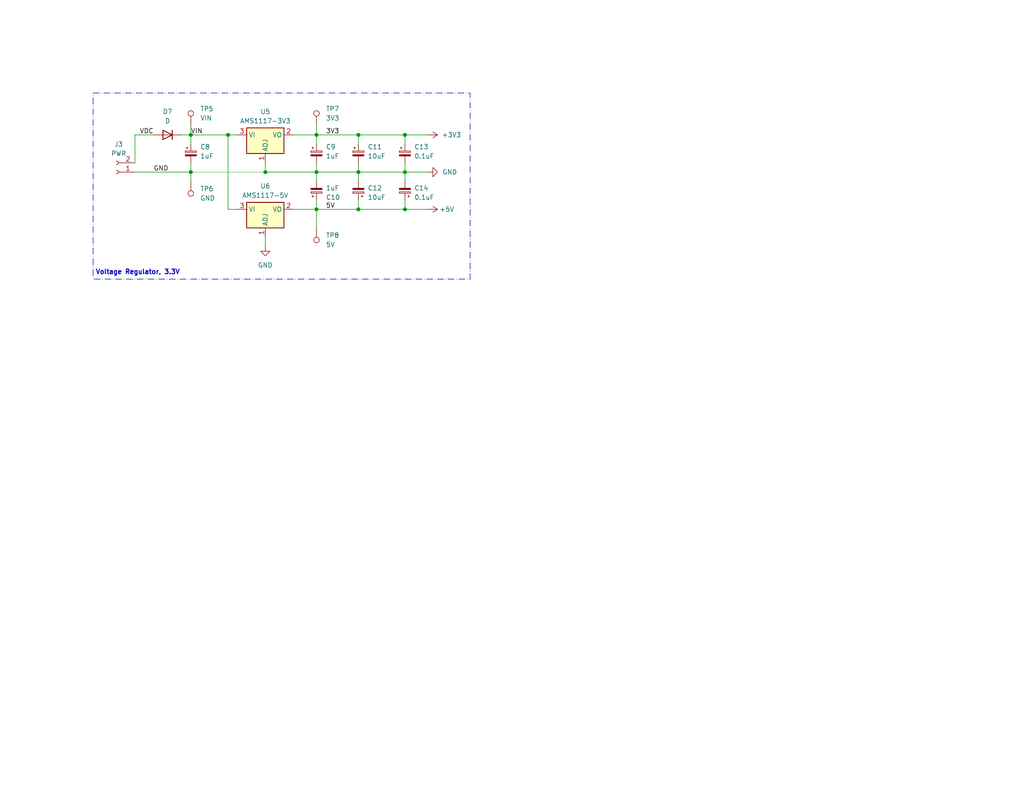
<source format=kicad_sch>
(kicad_sch (version 20231120) (generator "eeschema") (generator_version "8.0")
  (paper "USLetter")
  (title_block (title "Smart Work Desk Lights") (date "2024-07-24") (rev "Final") (company "Alexander Bobkov") (comment 1 "Specialized Accounting Offices") (comment 2 "ESP32-C3 SuperMini"))
  (lib_symbols
    (symbol "Alexander Symbol Library:AMS1117-3V3" (exclude_from_sim yes)
      (property "Reference" "U" (at 0 -0.254 0))
      (property "Value" "AMS1117-3V3" (at -0.508 1.778 0))
      (symbol "AMS1117-3V3_0_1"
        (rectangle (start -5.08 -8.89) (end 5.08 -1.905) (stroke (width 0.254)) (fill (type background)))
      )
      (symbol "AMS1117-3V3_1_1"
        (pin power_out line (at 0 -11.43 90) (length 2.54) (name "ADJ") (number "1"))
        (pin power_out line (at 7.62 -3.81 180) (length 2.54) (name "VO") (number "2"))
        (pin power_in line (at -7.62 -3.81 0) (length 2.54) (name "VI") (number "3"))
      )
    )
    (symbol "Alexander Symbol Library:AMS1117-5V" (exclude_from_sim yes)
      (property "Reference" "U" (at 0 0 0))
      (property "Value" "AMS1117-5V" (at 0 2.032 0))
      (symbol "AMS1117-5V_0_1"
        (rectangle (start -5.08 -8.89) (end 5.08 -1.905) (stroke (width 0.254)) (fill (type background)))
      )
      (symbol "AMS1117-5V_1_1"
        (pin power_out line (at 0 -11.43 90) (length 2.54) (name "ADJ") (number "1"))
        (pin power_out line (at 7.62 -3.81 180) (length 2.54) (name "VO") (number "2"))
        (pin power_in line (at -7.62 -3.81 0) (length 2.54) (name "VI") (number "3"))
      )
    )
    (symbol "Connector:Conn_01x02_Socket" (pin_names (offset 1.016) hide)
      (property "Reference" "J" (at 0 2.54 0))
      (property "Value" "Conn_01x02_Socket" (at 0 -5.08 0))
      (symbol "Conn_01x02_Socket_1_1"
        (arc (start 0 -2.032) (mid -0.5058 -2.54) (end 0 -3.048) (stroke (width 0.1524)))
        (polyline (pts (xy -1.27 -2.54) (xy -0.508 -2.54)) (stroke (width 0.1524)))
        (polyline (pts (xy -1.27 0) (xy -0.508 0)) (stroke (width 0.1524)))
        (arc (start 0 0.508) (mid -0.5058 0) (end 0 -0.508) (stroke (width 0.1524)))
        (pin passive line (at -5.08 0 0) (length 3.81) (name "Pin_1") (number "1"))
        (pin passive line (at -5.08 -2.54 0) (length 3.81) (name "Pin_2") (number "2"))
      )
    )
    (symbol "Connector:TestPoint" (pin_numbers hide) (pin_names (offset 0.762) hide)
      (property "Reference" "TP" (at 0 6.858 0))
      (property "Value" "TestPoint" (at 0 5.08 0))
      (symbol "TestPoint_0_1"
        (circle (center 0 3.302) (radius 0.762))
      )
      (symbol "TestPoint_1_1"
        (pin passive line (at 0 0 90) (length 2.54) (name "1") (number "1"))
      )
    )
    (symbol "Device:C_Polarized_Small" (pin_numbers hide) (pin_names (offset 0.254) hide)
      (property "Reference" "C" (at 0.254 1.778 0))
      (property "Value" "C_Polarized_Small" (at 0.254 -2.032 0))
      (symbol "C_Polarized_Small_0_1"
        (rectangle (start -1.524 -0.3048) (end 1.524 -0.6858) (fill (type outline)))
        (rectangle (start -1.524 0.6858) (end 1.524 0.3048))
        (polyline (pts (xy -1.27 1.524) (xy -0.762 1.524)))
        (polyline (pts (xy -1.016 1.27) (xy -1.016 1.778)))
      )
      (symbol "C_Polarized_Small_1_1"
        (pin passive line (at 0 2.54 270) (length 1.8542) (name "~") (number "1"))
        (pin passive line (at 0 -2.54 90) (length 1.8542) (name "~") (number "2"))
      )
    )
    (symbol "Device:D" (pin_numbers hide) (pin_names (offset 1.016) hide)
      (property "Reference" "D" (at 0 2.54 0))
      (property "Value" "D" (at 0 -2.54 0))
      (symbol "D_0_1"
        (polyline (pts (xy -1.27 1.27) (xy -1.27 -1.27)) (stroke (width 0.254)))
        (polyline (pts (xy 1.27 0) (xy -1.27 0)))
        (polyline (pts (xy 1.27 1.27) (xy 1.27 -1.27) (xy -1.27 0) (xy 1.27 1.27)) (stroke (width 0.254)))
      )
      (symbol "D_1_1"
        (pin passive line (at -3.81 0 0) (length 2.54) (name "K") (number "1"))
        (pin passive line (at 3.81 0 180) (length 2.54) (name "A") (number "2"))
      )
    )
    (symbol "power:+3V3" (power) (pin_names (offset 0))
      (property "Value" "+3V3" (at 0 3.556 0))
      (symbol "+3V3_0_1"
        (polyline (pts (xy -0.762 1.27) (xy 0 2.54)))
        (polyline (pts (xy 0 0) (xy 0 2.54)))
        (polyline (pts (xy 0 2.54) (xy 0.762 1.27)))
      )
      (symbol "+3V3_1_1"
        (pin power_in line (at 0 0 90) (length 0) hide (name "+3V3") (number "1"))
      )
    )
    (symbol "power:+5V" (power) (pin_names (offset 0))
      (property "Value" "+5V" (at 0 3.556 0))
      (symbol "+5V_0_1"
        (polyline (pts (xy -0.762 1.27) (xy 0 2.54)))
        (polyline (pts (xy 0 0) (xy 0 2.54)))
        (polyline (pts (xy 0 2.54) (xy 0.762 1.27)))
      )
      (symbol "+5V_1_1"
        (pin power_in line (at 0 0 90) (length 0) hide (name "+5V") (number "1"))
      )
    )
    (symbol "power:GND" (power) (pin_names (offset 0))
      (property "Value" "GND" (at 0 -3.81 0))
      (symbol "GND_0_1"
        (polyline (pts (xy 0 0) (xy 0 -1.27) (xy 1.27 -1.27) (xy 0 -2.54) (xy -1.27 -1.27) (xy 0 -1.27)))
      )
      (symbol "GND_1_1"
        (pin power_in line (at 0 0 270) (length 0) hide (name "GND") (number "1"))
      )
    )
  )
  (junction (at 110.49 46.99))
  (junction (at 72.39 46.99))
  (junction (at 97.79 57.15))
  (junction (at 110.49 36.83))
  (junction (at 86.36 57.15))
  (junction (at 110.49 57.15))
  (junction (at 62.23 36.83))
  (junction (at 86.36 36.83))
  (junction (at 97.79 36.83))
  (junction (at 52.07 36.83))
  (junction (at 52.07 46.99))
  (junction (at 86.36 46.99))
  (junction (at 97.79 46.99))
  (wire (pts (xy 110.49 46.99) (xy 110.49 49.53)))
  (wire (pts (xy 80.01 36.83) (xy 86.36 36.83)))
  (wire (pts (xy 110.49 36.83) (xy 110.49 39.37)))
  (wire (pts (xy 110.49 54.61) (xy 110.49 57.15)))
  (wire (pts (xy 52.07 36.83) (xy 52.07 39.37)))
  (wire (pts (xy 110.49 46.99) (xy 116.84 46.99)))
  (wire (pts (xy 52.07 36.83) (xy 62.23 36.83)))
  (wire (pts (xy 36.83 36.83) (xy 36.83 44.45)))
  (wire (pts (xy 86.36 34.29) (xy 86.36 36.83)))
  (wire (pts (xy 86.36 39.37) (xy 86.36 36.83)))
  (wire (pts (xy 97.79 36.83) (xy 97.79 39.37)))
  (wire (pts (xy 86.36 54.61) (xy 86.36 57.15)))
  (wire (pts (xy 110.49 57.15) (xy 116.84 57.15)))
  (wire (pts (xy 36.83 36.83) (xy 41.91 36.83)))
  (wire (pts (xy 110.49 44.45) (xy 110.49 46.99)))
  (wire (pts (xy 80.01 57.15) (xy 86.36 57.15)))
  (wire (pts (xy 97.79 44.45) (xy 97.79 46.99)))
  (wire (pts (xy 97.79 36.83) (xy 110.49 36.83)))
  (wire (pts (xy 36.83 46.99) (xy 52.07 46.99)))
  (wire (pts (xy 110.49 36.83) (xy 116.84 36.83)))
  (wire (pts (xy 49.53 36.83) (xy 52.07 36.83)))
  (wire (pts (xy 52.07 46.99) (xy 72.39 46.99)) (stroke (width 0.0254)))
  (wire (pts (xy 72.39 46.99) (xy 86.36 46.99)))
  (wire (pts (xy 64.77 57.15) (xy 62.23 57.15)))
  (wire (pts (xy 86.36 57.15) (xy 86.36 62.23)))
  (wire (pts (xy 52.07 49.53) (xy 52.07 46.99)))
  (wire (pts (xy 52.07 34.29) (xy 52.07 36.83)))
  (wire (pts (xy 72.39 44.45) (xy 72.39 46.99)))
  (wire (pts (xy 97.79 46.99) (xy 110.49 46.99)))
  (wire (pts (xy 62.23 36.83) (xy 62.23 57.15)))
  (wire (pts (xy 86.36 46.99) (xy 86.36 49.53)))
  (wire (pts (xy 86.36 44.45) (xy 86.36 46.99)))
  (wire (pts (xy 86.36 36.83) (xy 97.79 36.83)))
  (wire (pts (xy 72.39 64.77) (xy 72.39 67.31)))
  (wire (pts (xy 97.79 46.99) (xy 97.79 49.53)))
  (wire (pts (xy 86.36 46.99) (xy 97.79 46.99)))
  (wire (pts (xy 97.79 57.15) (xy 110.49 57.15)))
  (wire (pts (xy 97.79 54.61) (xy 97.79 57.15)))
  (wire (pts (xy 62.23 36.83) (xy 64.77 36.83)))
  (wire (pts (xy 52.07 44.45) (xy 52.07 46.99)))
  (wire (pts (xy 86.36 57.15) (xy 97.79 57.15)))
  (rectangle (start 25.4 25.4) (end 128.27 76.2) (stroke (width 0) (type dash_dot)))
  (text "Voltage Regulator, 3.3V" (at 37.592 73.66 0) (effects (font (size 1.27 1.27) (thickness 0.254) (bold yes)) (justify top)))
  (label "GND" (at 41.91 46.99 0))
  (label "VDC" (at 38.1 36.83 0))
  (label "3V3" (at 88.9 36.83 0))
  (label "5V" (at 88.9 57.15 0))
  (label "VIN" (at 52.07 36.83 0))
  (symbol (lib_id "Device:C_Polarized_Small") (at 110.49 52.07 180) (unit 1)
    (property "Reference" "C14" (at 113.03 51.346 0) (effects (justify right)))
    (property "Value" "0.1uF" (at 113.03 53.886 0) (effects (justify right)))
    (property "Footprint" "Capacitor_SMD:CP_Elec_3x5.3" (effects (hide yes)))
  )
  (symbol (lib_id "power:GND") (at 72.39 67.31 0) (unit 1)
    (property "Reference" "#PWR015" (effects (hide yes)))
    (property "Value" "GND" (at 72.39 72.39 0))
  )
  (symbol (lib_id "Connector:TestPoint") (at 52.07 34.29 0) (unit 1)
    (property "Reference" "TP5" (at 54.61 29.7179 0) (effects (justify left)))
    (property "Value" "VIN" (at 54.61 32.2579 0) (effects (justify left)))
    (property "Footprint" "TestPoint:TestPoint_Pad_D1.5mm" (effects (hide yes)))
    (property "Description" "test point" (effects (hide yes)))
  )
  (symbol (lib_id "Connector:Conn_01x02_Socket") (at 31.75 46.99 180) (unit 1)
    (property "Reference" "J3" (at 32.385 39.37 0))
    (property "Value" "PWR" (at 32.385 41.91 0))
    (property "Footprint" "Connector_PinSocket_2.54mm:PinSocket_1x02_P2.54mm_Vertical" (effects (hide yes)))
  )
  (symbol (lib_id "power:+3V3") (at 116.84 36.83 270) (unit 1)
    (property "Reference" "#PWR016" (effects (hide yes)))
    (property "Value" "+3V3" (at 123.19 36.83 90))
  )
  (symbol (lib_id "Device:C_Polarized_Small") (at 86.36 52.07 0) (mirror x) (unit 1)
    (property "Reference" "C10" (at 88.9 53.8861 0) (effects (justify left)))
    (property "Value" "1uF" (at 88.9 51.3461 0) (effects (justify left)))
    (property "Footprint" "Capacitor_SMD:CP_Elec_3x5.3" (effects (hide yes)))
  )
  (symbol (lib_id "Connector:TestPoint") (at 52.07 49.53 180) (unit 1)
    (property "Reference" "TP6" (at 54.61 51.5619 0) (effects (justify right)))
    (property "Value" "GND" (at 54.61 54.1019 0) (effects (justify right)))
    (property "Footprint" "TestPoint:TestPoint_Pad_D1.5mm" (effects (hide yes)))
    (property "Description" "test point" (effects (hide yes)))
  )
  (symbol (lib_id "Connector:TestPoint") (at 86.36 34.29 0) (unit 1)
    (property "Reference" "TP7" (at 88.9 29.7179 0) (effects (justify left)))
    (property "Value" "3V3" (at 88.9 32.2579 0) (effects (justify left)))
    (property "Footprint" "TestPoint:TestPoint_Pad_D1.5mm" (effects (hide yes)))
    (property "Description" "test point" (effects (hide yes)))
  )
  (symbol (lib_id "Device:D") (at 45.72 36.83 180) (unit 1)
    (property "Reference" "D7" (at 45.72 30.48 0))
    (property "Value" "D" (at 45.72 33.02 0))
    (property "Footprint" "Diode_SMD:D_1206_3216Metric_Pad1.42x1.75mm_HandSolder" (effects (hide yes)))
    (property "Description" "Diode" (effects (hide yes)))
    (property "Sim.Device" "D" (effects (hide yes)))
    (property "Sim.Pins" "1=K 2=A" (effects (hide yes)))
  )
  (symbol (lib_id "Device:C_Polarized_Small") (at 97.79 52.07 180) (unit 1)
    (property "Reference" "C12" (at 100.33 51.346 0) (effects (justify right)))
    (property "Value" "10uF" (at 100.33 53.886 0) (effects (justify right)))
    (property "Footprint" "Capacitor_SMD:CP_Elec_3x5.3" (effects (hide yes)))
  )
  (symbol (lib_id "power:GND") (at 116.84 46.99 90) (unit 1)
    (property "Reference" "#PWR017" (effects (hide yes)))
    (property "Value" "GND" (at 120.65 46.9899 90) (effects (justify right)))
  )
  (symbol (lib_id "Device:C_Polarized_Small") (at 86.36 41.91 0) (unit 1)
    (property "Reference" "C9" (at 88.9 40.0939 0) (effects (justify left)))
    (property "Value" "1uF" (at 88.9 42.6339 0) (effects (justify left)))
    (property "Footprint" "Capacitor_SMD:CP_Elec_3x5.3" (effects (hide yes)))
  )
  (symbol (lib_id "Device:C_Polarized_Small") (at 110.49 41.91 0) (unit 1)
    (property "Reference" "C13" (at 113.03 40.0938 0) (effects (justify left)))
    (property "Value" "0.1uF" (at 113.03 42.6338 0) (effects (justify left)))
    (property "Footprint" "Capacitor_SMD:CP_Elec_3x5.3" (effects (hide yes)))
  )
  (symbol (lib_id "power:+5V") (at 116.84 57.15 270) (unit 1)
    (property "Reference" "#PWR018" (effects (hide yes)))
    (property "Value" "+5V" (at 121.92 57.15 90))
  )
  (symbol (lib_id "Device:C_Polarized_Small") (at 52.07 41.91 0) (unit 1)
    (property "Reference" "C8" (at 54.61 40.0939 0) (effects (justify left)))
    (property "Value" "1uF" (at 54.61 42.6339 0) (effects (justify left)))
    (property "Footprint" "Capacitor_SMD:CP_Elec_3x5.3" (effects (hide yes)))
  )
  (symbol (lib_id "Alexander Symbol Library:AMS1117-5V") (at 72.39 53.34 0) (unit 1) (exclude_from_sim yes)
    (property "Reference" "U6" (at 72.39 50.8 0))
    (property "Value" "AMS1117-5V" (at 72.39 53.34 0))
    (property "Footprint" "Alexander Footprint Library:AMS1117 SOT-223" (effects (hide yes)))
    (property "Description" "AMS1117" (effects (hide yes)))
  )
  (symbol (lib_id "Device:C_Polarized_Small") (at 97.79 41.91 0) (unit 1)
    (property "Reference" "C11" (at 100.33 40.0938 0) (effects (justify left)))
    (property "Value" "10uF" (at 100.33 42.6338 0) (effects (justify left)))
    (property "Footprint" "Capacitor_SMD:CP_Elec_3x5.3" (effects (hide yes)))
  )
  (symbol (lib_id "Connector:TestPoint") (at 86.36 62.23 180) (unit 1)
    (property "Reference" "TP8" (at 88.9 64.2619 0) (effects (justify right)))
    (property "Value" "5V" (at 88.9 66.8019 0) (effects (justify right)))
    (property "Footprint" "TestPoint:TestPoint_Pad_D1.5mm" (effects (hide yes)))
    (property "Description" "test point" (effects (hide yes)))
  )
  (symbol (lib_id "Alexander Symbol Library:AMS1117-3V3") (at 72.39 33.02 0) (unit 1) (exclude_from_sim yes)
    (property "Reference" "U5" (at 72.39 30.48 0))
    (property "Value" "AMS1117-3V3" (at 72.39 33.02 0))
    (property "Footprint" "Alexander Footprint Library:AMS1117 SOT-223" (effects (hide yes)))
    (property "Description" "AMS1117" (effects (hide yes)))
  )
)
</source>
